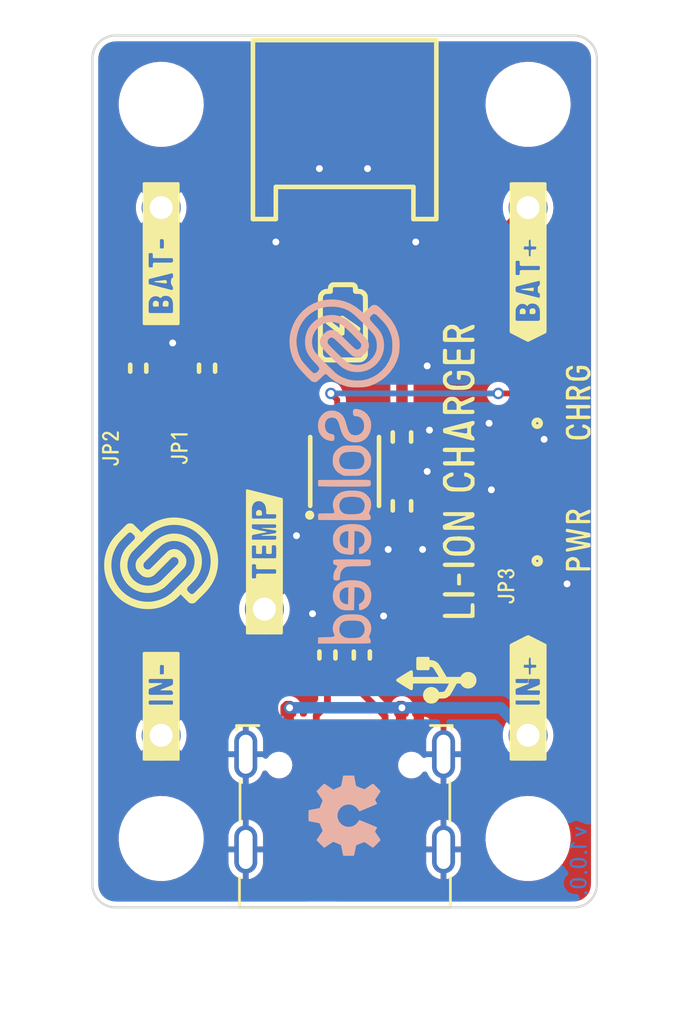
<source format=kicad_pcb>
(kicad_pcb (version 20210126) (generator pcbnew)
  (layers (0 "F.Cu" mixed) (31 "B.Cu" signal) (34 "B.Paste" user) (35 "F.Paste" user) (36 "B.SilkS" user "B.Silkscreen") (37 "F.SilkS" user "F.Silkscreen") (38 "B.Mask" user) (39 "F.Mask" user) (44 "Edge.Cuts" user))
  (net 0 "")
  (net 1 "VUSB")
  (net 2 "GND")
  (net 3 "VBAT")
  (net 4 "Net-(D1-Pad2)")
  (net 5 "PROG")
  (net 6 "Net-(JP1-Pad1)")
  (net 7 "Net-(JP2-Pad1)")
  (net 11 "Net-(K1-PadB5)")
  (net 15 "Net-(K1-PadA5)")
  (net 16 "TEMP")
  (net 17 "Net-(R5-Pad1)")
  (net 19 "Net-(D2-Pad1)")
  (net 20 "Net-(R6-Pad1)")
  (footprint "e-radionica.com footprinti:HOLE_3.2mm" (layer "F.Cu") (at 93 137)
    (fp_text reference "H2" hide)
    (fp_text value "HOLE_3.2mm" hide)
    (pad "" np_thru_hole circle (at 0 0) (size 3.2 3.2) (drill 3.2) (layers F&B.Cu *.Mask))
  )
  (footprint "Soldered Graphics:Logo-Back-OSH-3.5mm" (layer "F.Cu") (at 101 136 90)
    (fp_text reference "G***" hide)
    (fp_text value "LOGO" hide)
  )
  (footprint "e-radionica.com footprinti:0402R" (layer "F.Cu") (at 108.5 118 -90)
    (fp_text reference "R5")
    (fp_text value "100R")
    (pad "1" smd rect (at -0.5 0) (size 0.64 0.54) (layers "F.Cu" "F.Paste" "F.Mask") (net 17 "Net-(R5-Pad1)"))
    (pad "2" smd rect (at 0.5 0) (size 0.64 0.54) (layers "F.Cu" "F.Paste" "F.Mask") (net 4 "Net-(D1-Pad2)"))
  )
  (footprint "Soldered Graphics:Logo-Back-SolderedFULL-15mm" (layer "F.Cu") (at 101 121 90)
    (fp_text reference "REF**" hide)
    (fp_text value "Logo-Front-SolderedFULL-15mm" hide)
  )
  (footprint "e-radionica.com footprinti:0402LED" (layer "F.Cu") (at 110 118 -90)
    (fp_text reference "D1")
    (fp_text value "red")
    (pad "1" smd rect (at -0.55 0) (size 0.75 0.45) (layers "F.Cu" "F.Paste" "F.Mask") (net 1 "VUSB"))
    (pad "2" smd rect (at 0.55 0) (size 0.75 0.45) (layers "F.Cu" "F.Paste" "F.Mask") (net 4 "Net-(D1-Pad2)"))
  )
  (footprint "e-radionica.com footprinti:0603R" (layer "F.Cu") (at 92 116.5 -90)
    (fp_text reference "R4")
    (fp_text value "2k49")
    (pad "1" smd rect (at -0.775 0) (size 1 0.64) (layers "F.Cu" "F.Paste" "F.Mask") (net 2 "GND"))
    (pad "2" smd rect (at 0.775 0) (size 1 0.64) (layers "F.Cu" "F.Paste" "F.Mask") (net 7 "Net-(JP2-Pad1)"))
  )
  (footprint "e-radionica.com footprinti:HOLE_3.2mm" (layer "F.Cu") (at 93 105)
    (fp_text reference "H1" hide)
    (fp_text value "HOLE_3.2mm" hide)
    (pad "" np_thru_hole circle (at 0 0) (size 3.2 3.2) (drill 3.2) (layers F&B.Cu *.Mask))
  )
  (footprint "Soldered Graphics:Symbol-Front-USB" (layer "F.Cu") (at 105 130.1 90)
    (fp_text reference "G***" hide)
    (fp_text value "LOGO" hide)
  )
  (footprint "buzzardLabel" (layer "F.Cu") (at 109 108 90)
    (fp_text reference "" (at 0 0 90) (layer "F.SilkS") (effects (font (size 1.27 1.27))))
    (fp_text value "" (at 0 0 90) (layer "F.SilkS") (effects (font (size 1.27 1.27))))
  )
  (footprint "e-radionica.com footprinti:0402LED" (layer "F.Cu") (at 110 124 -90)
    (fp_text reference "D2")
    (fp_text value "purple")
    (pad "1" smd rect (at -0.55 0) (size 0.75 0.45) (layers "F.Cu" "F.Paste" "F.Mask") (net 19 "Net-(D2-Pad1)"))
    (pad "2" smd rect (at 0.55 0) (size 0.75 0.45) (layers "F.Cu" "F.Paste" "F.Mask") (net 2 "GND"))
  )
  (footprint "buzzardLabel" (layer "F.Cu") (at 106 121 90)
    (fp_text reference "" (at 0 0 90) (layer "F.SilkS") (effects (font (size 1.27 1.27))))
    (fp_text value "" (at 0 0 90) (layer "F.SilkS") (effects (font (size 1.27 1.27))))
  )
  (footprint "buzzardLabel" (layer "F.Cu") (at 109 134 90)
    (fp_text reference "" (at 0 0 90) (layer "F.SilkS") (effects (font (size 1.27 1.27))))
    (fp_text value "" (at 0 0 90) (layer "F.SilkS") (effects (font (size 1.27 1.27))))
  )
  (footprint "buzzardLabel" (layer "F.Cu") (at 111.2 124 90)
    (fp_text reference "" (at 0 0 90) (layer "F.SilkS") (effects (font (size 1.27 1.27))))
    (fp_text value "" (at 0 0 90) (layer "F.SilkS") (effects (font (size 1.27 1.27))))
  )
  (footprint "e-radionica.com footprinti:HOLE_3.2mm" (layer "F.Cu") (at 109 105)
    (fp_text reference "H3" hide)
    (fp_text value "HOLE_3.2mm" hide)
    (pad "" np_thru_hole circle (at 0 0) (size 3.2 3.2) (drill 3.2) (layers F&B.Cu *.Mask))
  )
  (footprint "e-radionica.com footprinti:0402R" (layer "F.Cu") (at 108.5 124 90)
    (fp_text reference "R6")
    (fp_text value "330R")
    (pad "1" smd rect (at -0.5 0 180) (size 0.64 0.54) (layers "F.Cu" "F.Paste" "F.Mask") (net 20 "Net-(R6-Pad1)"))
    (pad "2" smd rect (at 0.5 0 180) (size 0.64 0.54) (layers "F.Cu" "F.Paste" "F.Mask") (net 19 "Net-(D2-Pad1)"))
  )
  (footprint "e-radionica.com footprinti:JST-2pin-SMD" (layer "F.Cu") (at 101 107)
    (fp_text reference "K7")
    (fp_text value "JST-2pin-SMD")
    (pad "" smd rect (at -3.3 -3.15) (size 1 3) (layers "F.Cu" "F.Paste" "F.Mask"))
    (pad "" smd rect (at 3.3 -3.15) (size 1 3) (layers "F.Cu" "F.Paste" "F.Mask"))
    (pad "1" smd rect (at 1 3.15) (size 1.1 2) (layers "F.Cu" "F.Paste" "F.Mask") (net 3 "VBAT"))
    (pad "2" smd rect (at -1 3.15) (size 1.1 2) (layers "F.Cu" "F.Paste" "F.Mask") (net 2 "GND"))
  )
  (footprint "buzzardLabel" (layer "F.Cu") (at 93 108 90)
    (fp_text reference "" (at 0 0 90) (layer "F.SilkS") (effects (font (size 1.27 1.27))))
    (fp_text value "" (at 0 0 90) (layer "F.SilkS") (effects (font (size 1.27 1.27))))
  )
  (footprint "buzzardLabel" (layer "F.Cu") (at 90.8 120 90)
    (fp_text reference "" (at 0 0 90) (layer "F.SilkS") (effects (font (size 1.27 1.27))))
    (fp_text value "" (at 0 0 90) (layer "F.SilkS") (effects (font (size 1.27 1.27))))
  )
  (footprint "e-radionica.com footprinti:HOLE_3.2mm" (layer "F.Cu") (at 109 137)
    (fp_text reference "H4" hide)
    (fp_text value "HOLE_3.2mm" hide)
    (pad "" np_thru_hole circle (at 0 0) (size 3.2 3.2) (drill 3.2) (layers F&B.Cu *.Mask))
  )
  (footprint "e-radionica.com footprinti:0603C" (layer "F.Cu") (at 103.5 119.5 90)
    (fp_text reference "C2")
    (fp_text value "2.2uF")
    (pad "1" smd rect (at -0.73 0 90) (size 0.66 1) (layers "F.Cu" "F.Paste" "F.Mask") (net 2 "GND"))
    (pad "2" smd rect (at 0.73 0 90) (size 0.66 1) (layers "F.Cu" "F.Paste" "F.Mask") (net 3 "VBAT"))
  )
  (footprint "buzzardLabel" (layer "F.Cu") (at 108.05 126 90)
    (fp_text reference "" (at 0 0 90) (layer "F.SilkS") (effects (font (size 1.27 1.27))))
    (fp_text value "" (at 0 0 90) (layer "F.SilkS") (effects (font (size 1.27 1.27))))
  )
  (footprint "e-radionica.com footprinti:SMD_JUMPER_CONNECTED" (layer "F.Cu") (at 92 120 -90)
    (fp_text reference "JP2")
    (fp_text value "SMD-JUMPER-CONNECTED")
    (pad "1" smd rect (at -0.35 0 270) (size 0.5 1) (layers "F.Cu" "F.Paste" "F.Mask") (net 7 "Net-(JP2-Pad1)"))
    (pad "2" smd rect (at 0.35 0 270) (size 0.5 1) (layers "F.Cu" "F.Paste" "F.Mask") (net 5 "PROG"))
  )
  (footprint "buzzardLabel" (layer "F.Cu") (at 111.2 118 90)
    (fp_text reference "" (at 0 0 90) (layer "F.SilkS") (effects (font (size 1.27 1.27))))
    (fp_text value "" (at 0 0 90) (layer "F.SilkS") (effects (font (size 1.27 1.27))))
  )
  (footprint "e-radionica.com footprinti:0603C" (layer "F.Cu") (at 103.5 122.5 -90)
    (fp_text reference "C1")
    (fp_text value "2.2uF")
    (pad "1" smd rect (at -0.73 0 270) (size 0.66 1) (layers "F.Cu" "F.Paste" "F.Mask") (net 2 "GND"))
    (pad "2" smd rect (at 0.73 0 270) (size 0.66 1) (layers "F.Cu" "F.Paste" "F.Mask") (net 1 "VUSB"))
  )
  (footprint "e-radionica.com footprinti:SMD_JUMPER" (layer "F.Cu") (at 95 120 -90)
    (fp_text reference "JP1")
    (fp_text value "SMD_JUMPER")
    (pad "1" smd rect (at -0.35 0 270) (size 0.5 1) (layers "F.Cu" "F.Mask") (net 6 "Net-(JP1-Pad1)"))
    (pad "2" smd rect (at 0.35 0 270) (size 0.5 1) (layers "F.Cu" "F.Mask") (net 5 "PROG"))
  )
  (footprint "buzzardLabel" (layer "F.Cu") (at 93 134 90)
    (fp_text reference "" (at 0 0 90) (layer "F.SilkS") (effects (font (size 1.27 1.27))))
    (fp_text value "" (at 0 0 90) (layer "F.SilkS") (effects (font (size 1.27 1.27))))
  )
  (footprint "e-radionica.com footprinti:TP4056M-MSOP8" (layer "F.Cu") (at 101 121 90)
    (fp_text reference "U1")
    (fp_text value "TP4056M")
    (pad "1" smd rect (at -1.975 -0.975 90) (size 1.35 0.45) (layers "F.Cu" "F.Paste" "F.Mask") (net 16 "TEMP"))
    (pad "2" smd rect (at -1.975 -0.325 90) (size 1.35 0.45) (layers "F.Cu" "F.Paste" "F.Mask") (net 5 "PROG"))
    (pad "3" smd rect (at -1.975 0.325 90) (size 1.35 0.45) (layers "F.Cu" "F.Paste" "F.Mask") (net 2 "GND"))
    (pad "4" smd rect (at -1.975 0.975 90) (size 1.35 0.45) (layers "F.Cu" "F.Paste" "F.Mask") (net 1 "VUSB"))
    (pad "5" smd rect (at 1.975 0.975 90) (size 1.35 0.45) (layers "F.Cu" "F.Paste" "F.Mask") (net 3 "VBAT"))
    (pad "6" smd rect (at 1.975 0.325 90) (size 1.35 0.45) (layers "F.Cu" "F.Paste" "F.Mask"))
    (pad "7" smd rect (at 1.975 -0.325 90) (size 1.35 0.45) (layers "F.Cu" "F.Paste" "F.Mask") (net 17 "Net-(R5-Pad1)"))
    (pad "8" smd rect (at 1.975 -0.975 90) (size 1.35 0.45) (layers "F.Cu" "F.Paste" "F.Mask") (net 1 "VUSB"))
  )
  (footprint "e-radionica.com footprinti:0603R" (layer "F.Cu") (at 95 116.5 -90)
    (fp_text reference "R3")
    (fp_text value "4.7k")
    (pad "1" smd rect (at -0.775 0) (size 1 0.64) (layers "F.Cu" "F.Paste" "F.Mask") (net 2 "GND"))
    (pad "2" smd rect (at 0.775 0) (size 1 0.64) (layers "F.Cu" "F.Paste" "F.Mask") (net 6 "Net-(JP1-Pad1)"))
  )
  (footprint "e-radionica.com footprinti:U262-161N-4BVC11" (layer "F.Cu") (at 101 135)
    (fp_text reference "K1")
    (fp_text value "U262-161N-4BVC11")
    (pad "" np_thru_hole circle (at -2.862 -1.2) (size 0.65 0.65) (drill 0.65) (layers F&B.Cu *.Mask))
    (pad "" np_thru_hole circle (at 2.913 -1.2) (size 0.65 0.65) (drill 0.65) (layers F&B.Cu *.Mask))
    (pad "A1" smd rect (at -3.337 -2.475) (size 0.3 1.15) (layers "F.Cu" "F.Paste" "F.Mask") (net 2 "GND"))
    (pad "A4" smd rect (at -2.537 -2.475) (size 0.3 1.15) (layers "F.Cu" "F.Paste" "F.Mask") (net 1 "VUSB"))
    (pad "A5" smd rect (at -1.237 -2.475) (size 0.3 1.15) (layers "F.Cu" "F.Paste" "F.Mask") (net 15 "Net-(K1-PadA5)"))
    (pad "A6" smd rect (at -0.237 -2.475) (size 0.3 1.15) (layers "F.Cu" "F.Paste" "F.Mask"))
    (pad "A7" smd rect (at 0.263 -2.475) (size 0.3 1.15) (layers "F.Cu" "F.Paste" "F.Mask"))
    (pad "A8" smd rect (at 1.263 -2.475) (size 0.3 1.15) (layers "F.Cu" "F.Paste" "F.Mask"))
    (pad "A9" smd rect (at 2.563 -2.475) (size 0.3 1.15) (layers "F.Cu" "F.Paste" "F.Mask") (net 1 "VUSB"))
    (pad "A12" smd rect (at 3.338 -2.475) (size 0.3 1.15) (layers "F.Cu" "F.Paste" "F.Mask") (net 2 "GND"))
    (pad "B1" smd rect (at 3.138 -2.475) (size 0.3 1.15) (layers "F.Cu" "F.Paste" "F.Mask") (net 2 "GND"))
    (pad "B4" smd rect (at 2.363 -2.475) (size 0.3 1.15) (layers "F.Cu" "F.Paste" "F.Mask") (net 1 "VUSB"))
    (pad "B5" smd rect (at 1.763 -2.475) (size 0.3 1.15) (layers "F.Cu" "F.Paste" "F.Mask") (net 11 "Net-(K1-PadB5)"))
    (pad "B6" smd rect (at 0.763 -2.475) (size 0.3 1.15) (layers "F.Cu" "F.Paste" "F.Mask"))
    (pad "B7" smd rect (at -0.737 -2.475) (size 0.3 1.15) (layers "F.Cu" "F.Paste" "F.Mask"))
    (pad "B8" smd rect (at -1.737 -2.475) (size 0.3 1.15) (layers "F.Cu" "F.Paste" "F.Mask"))
    (pad "B9" smd rect (at -2.337 -2.475) (size 0.3 1.15) (layers "F.Cu" "F.Paste" "F.Mask") (net 1 "VUSB"))
    (pad "B12" smd rect (at -3.112 -2.475) (size 0.3 1.15) (layers "F.Cu" "F.Paste" "F.Mask") (net 2 "GND"))
    (pad "SH" thru_hole oval (at -4.312 2.475) (size 1 2.1) (drill oval 0.6 1.7) (layers *.Cu *.Mask) (net 2 "GND"))
    (pad "SH" thru_hole oval (at 4.313 -1.675) (size 1 2.1) (drill oval 0.6 1.7) (layers *.Cu *.Mask) (net 2 "GND"))
    (pad "SH" thru_hole oval (at 4.313 2.475) (size 1 2.1) (drill oval 0.6 1.7) (layers *.Cu *.Mask) (net 2 "GND"))
    (pad "SH" thru_hole oval (at -4.312 -1.675) (size 1 2.1) (drill oval 0.6 1.7) (layers *.Cu *.Mask) (net 2 "GND"))
  )
  (footprint "e-radionica.com footprinti:SMD-JUMPER-CONNECTED_TRACE_NOSLODERMASK" (layer "F.Cu") (at 109.25 126 90)
    (fp_text reference "JP3")
    (fp_text value "SMD-JUMPER-CONNECTED_TRACE_NOSLODERMASK")
    (fp_poly (pts (xy 0.1 0.1) (xy -0.1 0.1) (xy -0.1 -0.1) (xy 0.1 -0.1)) (layer "F.Cu") (width 0.1) (fill solid))
    (pad "1" smd rect (at -0.35 0 90) (size 0.5 1) (layers "F.Cu") (net 1 "VUSB"))
    (pad "2" smd rect (at 0.35 0 90) (size 0.5 1) (layers "F.Cu") (net 20 "Net-(R6-Pad1)"))
  )
  (footprint "Soldered Graphics:Logo-Front-Soldered-5mm" (layer "F.Cu") (at 93 125 90)
    (fp_text reference "G***" hide)
    (fp_text value "LOGO" hide)
  )
  (footprint "buzzardLabel" (layer "F.Cu") (at 97.5 128.5 90)
    (fp_text reference "" (at 0 0 90) (layer "F.SilkS") (effects (font (size 1.27 1.27))))
    (fp_text value "" (at 0 0 90) (layer "F.SilkS") (effects (font (size 1.27 1.27))))
  )
  (footprint "e-radionica.com footprinti:0603R" (layer "F.Cu") (at 101.75 129 90)
    (fp_text reference "R1")
    (fp_text value "5.1k")
    (pad "1" smd rect (at -0.775 0 180) (size 1 0.64) (layers "F.Cu" "F.Paste" "F.Mask") (net 11 "Net-(K1-PadB5)"))
    (pad "2" smd rect (at 0.775 0 180) (size 1 0.64) (layers "F.Cu" "F.Paste" "F.Mask") (net 2 "GND"))
  )
  (footprint "Soldered Graphics:Symbol-Front-Battery" (layer "F.Cu") (at 101 114.5 90)
    (fp_text reference "G***" hide)
    (fp_text value "LOGO" hide)
  )
  (footprint "e-radionica.com footprinti:0603R" (layer "F.Cu") (at 100.25 129 90)
    (fp_text reference "R2")
    (fp_text value "5.1k")
    (pad "1" smd rect (at -0.775 0 180) (size 1 0.64) (layers "F.Cu" "F.Paste" "F.Mask") (net 15 "Net-(K1-PadA5)"))
    (pad "2" smd rect (at 0.775 0 180) (size 1 0.64) (layers "F.Cu" "F.Paste" "F.Mask") (net 2 "GND"))
  )
  (footprint "e-radionica.com footprinti:FIDUCIAL_1MM_PASTE" (layer "F.Cu") (at 100 139)
    (fp_text reference "FD1")
    (fp_text value "Fiducial_Stencil")
    (pad "1" smd circle (at 0 0) (size 1 1) (property pad_prop_fiducial_glob) (layers "F.Cu" "F.Paste" "F.Mask"))
  )
  (footprint "e-radionica.com footprinti:HEADER_MALE_1X1" (layer "F.Cu") (at 97.5 127)
    (fp_text reference "K4")
    (fp_text value "HEADER_MALE_1X1")
    (pad "1" thru_hole circle (at 0 0) (size 1.7 1.7) (drill 1) (layers *.Cu *.Mask) (net 16 "TEMP"))
  )
  (footprint "buzzardLabel" (layer "F.Cu") (at 93.8 120 90)
    (fp_text reference "" (at 0 0 90) (layer "F.SilkS") (effects (font (size 1.27 1.27))))
    (fp_text value "" (at 0 0 90) (layer "F.SilkS") (effects (font (size 1.27 1.27))))
  )
  (footprint "e-radionica.com footprinti:HEADER_MALE_1X1" (layer "B.Cu") (at 109 132.5 180)
    (fp_text reference "K2")
    (fp_text value "HEADER_MALE_1X1")
    (pad "1" thru_hole circle (at 0 0 180) (size 1.7 1.7) (drill 1) (layers *.Cu *.Mask) (net 1 "VUSB"))
  )
  (footprint "Soldered Graphics:Version1.0.0." (layer "B.Cu") (at 111.2 138 -90)
    (fp_text reference "" (at 0 0 90) (layer "B.SilkS") (effects (font (size 1.27 1.27)) (justify mirror)))
    (fp_text value "" (at 0 0 90) (layer "B.SilkS") (effects (font (size 1.27 1.27)) (justify mirror)))
    (fp_poly (pts (xy -0.44 -0.38) (xy -0.39 -0.38) (xy -0.34 -0.37) (xy -0.34 -0.33) (xy -0.34 -0.27) (xy -0.38 -0.26) (xy -0.43 -0.26) (xy -0.46 -0.29) (xy -0.46 -0.34) (xy -0.44 -0.38)) (layer "B.Cu") (width 0.01) (fill solid))
    (fp_poly (pts (xy -0.67 -0.35) (xy -0.62 -0.35) (xy -0.6 -0.31) (xy -0.6 0.35) (xy -0.64 0.38) (xy -0.69 0.38) (xy -0.73 0.34) (xy -0.84 0.22) (xy -0.86 0.17) (xy -0.83 0.16) (xy -0.73 0.22) (xy -0.69 0.23) (xy -0.69 -0.31) (xy -0.67 -0.35)) (layer "B.Cu") (width 0.01) (fill solid))
    (fp_poly (pts (xy 0.06 -0.35) (xy 0.11 -0.35) (xy 0.17 -0.33) (xy 0.13 -0.28) (xy 0.03 -0.28) (xy -0.01 -0.25) (xy -0.03 -0.2) (xy -0.05 -0.15) (xy -0.05 -0.11) (xy -0.05 0.01) (xy -0.05 0.13) (xy -0.05 0.17) (xy -0.03 0.22) (xy -0.01 0.27) (xy 0.02 0.3) (xy 0.13 0.3) (xy 0.16 0.26) (xy 0.18 0.21) (xy 0.18 0.15) (xy 0.19 0.05) (xy 0.19 -0.08) (xy 0.19 -0.12) (xy 0.18 -0.17) (xy 0.16 -0.22) (xy 0.14 -0.27) (xy 0.14 -0.28) (xy 0.17 -0.32) (xy 0.21 -0.29) (xy 0.24 -0.26) (xy 0.26 -0.22) (xy 0.27 -0.16) (xy 0.28 -0.11) (xy 0.28 -0.06) (xy 0.28 0.06) (xy 0.28 0.12) (xy 0.27 0.17) (xy 0.26 0.22) (xy 0.25 0.27) (xy 0.22 0.3) (xy 0.19 0.34) (xy 0.13 0.37) (xy 0.08 0.38) (xy 0.02 0.38) (xy -0.03 0.35) (xy -0.08 0.31) (xy -0.1 0.28) (xy -0.12 0.23) (xy -0.14 0.18) (xy -0.14 0.13) (xy -0.15 0.08) (xy -0.15 -0.04) (xy -0.14 -0.1) (xy -0.14 -0.14) (xy -0.13 -0.2) (xy -0.11 -0.25) (xy -0.08 -0.28) (xy -0.05 -0.32) (xy 0.01 -0.35) (xy 0.06 -0.35)) (layer "B.Cu") (width 0.01) (fill solid))
    (fp_poly (pts (xy 0.43 -0.38) (xy 0.48 -0.38) (xy 0.54 -0.37) (xy 0.54 -0.33) (xy 0.54 -0.27) (xy 0.5 -0.26) (xy 0.45 -0.26) (xy 0.42 -0.29) (xy 0.42 -0.34) (xy 0.43 -0.38)) (layer "B.Cu") (width 0.01) (fill solid))
    (fp_poly (pts (xy 0.93 -0.35) (xy 0.99 -0.35) (xy 1.04 -0.33) (xy 1.01 -0.28) (xy 0.91 -0.28) (xy 0.87 -0.25) (xy 0.85 -0.2) (xy 0.83 -0.15) (xy 0.83 -0.11) (xy 0.82 0.01) (xy 0.83 0.13) (xy 0.83 0.17) (xy 0.84 0.22) (xy 0.87 0.27) (xy 0.9 0.3) (xy 1.01 0.3) (xy 1.04 0.26) (xy 1.05 0.21) (xy 1.06 0.15) (xy 1.07 0.05) (xy 1.07 -0.08) (xy 1.06 -0.12) (xy 1.06 -0.17) (xy 1.04 -0.22) (xy 1.02 -0.27) (xy 1.01 -0.28) (xy 1.05 -0.32) (xy 1.09 -0.29) (xy 1.12 -0.26) (xy 1.14 -0.22) (xy 1.15 -0.16) (xy 1.16 -0.11) (xy 1.16 -0.06) (xy 1.16 0.06) (xy 1.16 0.12) (xy 1.15 0.17) (xy 1.14 0.22) (xy 1.13 0.27) (xy 1.1 0.3) (xy 1.06 0.34) (xy 1.01 0.37) (xy 0.95 0.38) (xy 0.9 0.38) (xy 0.84 0.35) (xy 0.8 0.31) (xy 0.78 0.28) (xy 0.75 0.23) (xy 0.74 0.18) (xy 0.74 0.13) (xy 0.73 0.08) (xy 0.73 -0.04) (xy 0.73 -0.1) (xy 0.74 -0.14) (xy 0.75 -0.2) (xy 0.77 -0.25) (xy 0.79 -0.28) (xy 0.83 -0.32) (xy 0.89 -0.35) (xy 0.93 -0.35)) (layer "B.Cu") (width 0.01) (fill solid))
    (fp_poly (pts (xy -1.33 -0.35) (xy -1.27 -0.35) (xy -1.25 -0.31) (xy -1.09 0.1) (xy -1.11 0.13) (xy -1.16 0.13) (xy -1.19 0.1) (xy -1.28 -0.16) (xy -1.3 -0.21) (xy -1.32 -0.17) (xy -1.41 0.09) (xy -1.44 0.13) (xy -1.49 0.13) (xy -1.51 0.1) (xy -1.36 -0.31) (xy -1.33 -0.35)) (layer "B.Cu") (width 0.01) (fill solid))
    (fp_poly (pts (xy 1.31 -0.38) (xy 1.36 -0.38) (xy 1.41 -0.37) (xy 1.42 -0.33) (xy 1.42 -0.27) (xy 1.38 -0.26) (xy 1.33 -0.26) (xy 1.3 -0.29) (xy 1.3 -0.34) (xy 1.31 -0.38)) (layer "B.Cu") (width 0.01) (fill solid))
  )
  (footprint "e-radionica.com footprinti:HEADER_MALE_1X1" (layer "B.Cu") (at 93 132.5 180)
    (fp_text reference "K3")
    (fp_text value "HEADER_MALE_1X1")
    (pad "1" thru_hole circle (at 0 0 180) (size 1.7 1.7) (drill 1) (layers *.Cu *.Mask) (net 2 "GND"))
  )
  (footprint "e-radionica.com footprinti:HEADER_MALE_1X1" (layer "B.Cu") (at 93 109.5 180)
    (fp_text reference "K6")
    (fp_text value "HEADER_MALE_1X1")
    (pad "1" thru_hole circle (at 0 0 180) (size 1.7 1.7) (drill 1) (layers *.Cu *.Mask) (net 2 "GND"))
  )
  (footprint "e-radionica.com footprinti:HEADER_MALE_1X1" (layer "B.Cu") (at 109 109.5 180)
    (fp_text reference "K5")
    (fp_text value "HEADER_MALE_1X1")
    (pad "1" thru_hole circle (at 0 0 180) (size 1.7 1.7) (drill 1) (layers *.Cu *.Mask) (net 3 "VBAT"))
  )
  (gr_arc (start 111 103) (end 112 103) (angle -90) (layer "Edge.Cuts") (width 0.1))
  (gr_line (start 90 139) (end 90 103) (layer "Edge.Cuts") (width 0.1))
  (gr_line (start 112 103) (end 112 139) (layer "Edge.Cuts") (width 0.1))
  (gr_arc (start 111 139) (end 111 140) (angle -90) (layer "Edge.Cuts") (width 0.1))
  (gr_line (start 91 102) (end 111 102) (layer "Edge.Cuts") (width 0.1))
  (gr_arc (start 91 139) (end 91 140) (angle 90) (layer "Edge.Cuts") (width 0.1))
  (gr_arc (start 91 103) (end 91 102) (angle -90) (layer "Edge.Cuts") (width 0.1))
  (gr_line (start 111 140) (end 91 140) (layer "Edge.Cuts") (width 0.1))
  (segment (start 102.23 123.23) (end 101.975 122.975) (width 0.5) (layer "F.Cu") (net 1))
  (segment (start 109 132.5) (end 109 127.9) (width 0.5) (layer "F.Cu") (net 1))
  (segment (start 110.75 117.45) (end 111.1 117.8) (width 0.254) (layer "F.Cu") (net 1))
  (segment (start 100.025 119.025) (end 100.025 119.725) (width 0.3) (layer "F.Cu") (net 1))
  (segment (start 109 126.6) (end 109 127.9) (width 0.25) (layer "F.Cu") (net 1))
  (segment (start 103.5 123.23) (end 102.23 123.23) (width 0.5) (layer "F.Cu") (net 1))
  (segment (start 109 127.9) (end 104.33 123.23) (width 0.5) (layer "F.Cu") (net 1))
  (segment (start 109.25 126.35) (end 109 126.6) (width 0.25) (layer "F.Cu") (net 1))
  (segment (start 111.1 119.4) (end 107.45 123.05) (width 0.254) (layer "F.Cu") (net 1))
  (segment (start 104.33 123.23) (end 103.5 123.23) (width 0.5) (layer "F.Cu") (net 1))
  (segment (start 107.45 123.05) (end 107.45 126.35) (width 0.254) (layer "F.Cu") (net 1))
  (segment (start 111.1 117.8) (end 111.1 119.4) (width 0.254) (layer "F.Cu") (net 1))
  (segment (start 100.025 119.725) (end 101.975 121.675) (width 0.3) (layer "F.Cu") (net 1))
  (segment (start 110 117.45) (end 110.75 117.45) (width 0.254) (layer "F.Cu") (net 1))
  (segment (start 101.975 121.675) (end 101.975 122.975) (width 0.3) (layer "F.Cu") (net 1))
  (via (at 103.5 131.3) (size 0.5) (drill 0.3) (layers "F.Cu" "B.Cu") (net 1))
  (via (at 98.6 131.3) (size 0.5) (drill 0.3) (layers "F.Cu" "B.Cu") (net 1))
  (segment (start 98.6 131.3) (end 107.8 131.3) (width 0.5) (layer "B.Cu") (net 1))
  (segment (start 107.8 131.3) (end 109 132.5) (width 0.5) (layer "B.Cu") (net 1))
  (via (at 99.6 127.2) (size 0.5) (drill 0.3) (layers "F.Cu" "B.Cu") (net 2))
  (via (at 93.5 115.4) (size 0.5) (drill 0.3) (layers "F.Cu" "B.Cu") (net 2))
  (via (at 107.3 118.9) (size 0.5) (drill 0.3) (layers "F.Cu" "B.Cu") (net 2))
  (via (at 104.1 111) (size 0.5) (drill 0.3) (layers "F.Cu" "B.Cu") (net 2))
  (via (at 109.7 119.6) (size 0.5) (drill 0.3) (layers "F.Cu" "B.Cu") (net 2))
  (via (at 98 111) (size 0.5) (drill 0.3) (layers "F.Cu" "B.Cu") (net 2))
  (via (at 104.6 116.4) (size 0.5) (drill 0.3) (layers "F.Cu" "B.Cu") (net 2))
  (via (at 107.4 121.8) (size 0.5) (drill 0.3) (layers "F.Cu" "B.Cu") (net 2))
  (via (at 102 107.8) (size 0.5) (drill 0.3) (layers "F.Cu" "B.Cu") (net 2))
  (via (at 99.9 107.8) (size 0.5) (drill 0.3) (layers "F.Cu" "B.Cu") (net 2))
  (via (at 104.6 121) (size 0.5) (drill 0.3) (layers "F.Cu" "B.Cu") (net 2))
  (via (at 98.9 123.8) (size 0.5) (drill 0.3) (layers "F.Cu" "B.Cu") (net 2))
  (via (at 104.7 119.2) (size 0.5) (drill 0.3) (layers "F.Cu" "B.Cu") (net 2))
  (via (at 102.7 127.3) (size 0.5) (drill 0.3) (layers "F.Cu" "B.Cu") (net 2))
  (via (at 102.9 124.4) (size 0.5) (drill 0.3) (layers "F.Cu" "B.Cu") (net 2))
  (via (at 104.4 124.4) (size 0.5) (drill 0.3) (layers "F.Cu" "B.Cu") (net 2))
  (via (at 110.7 125.9) (size 0.5) (drill 0.3) (layers "F.Cu" "B.Cu") (net 2))
  (segment (start 103.5 115.1) (end 103.5 113.3) (width 0.5) (layer "F.Cu") (net 3))
  (segment (start 102.23 118.77) (end 103.5 118.77) (width 0.5) (layer "F.Cu") (net 3))
  (segment (start 109 109.5) (end 103.5 115) (width 0.5) (layer "F.Cu") (net 3))
  (segment (start 103.5 113.3) (end 102 111.8) (width 0.5) (layer "F.Cu") (net 3))
  (segment (start 103.5 118.77) (end 103.5 115.1) (width 0.5) (layer "F.Cu") (net 3))
  (segment (start 102 111.8) (end 102 110.15) (width 0.5) (layer "F.Cu") (net 3))
  (segment (start 101.975 119.025) (end 102.23 118.77) (width 0.5) (layer "F.Cu") (net 3))
  (segment (start 103.5 115) (end 103.5 115.1) (width 0.5) (layer "F.Cu") (net 3))
  (segment (start 108.5 118.5) (end 109.95 118.5) (width 0.3) (layer "F.Cu") (net 4))
  (segment (start 109.95 118.5) (end 110 118.55) (width 0.3) (layer "F.Cu") (net 4))
  (segment (start 98.75 120.35) (end 95 120.35) (width 0.254) (layer "F.Cu") (net 5))
  (segment (start 100.675 122.975) (end 100.675 122.275) (width 0.254) (layer "F.Cu") (net 5))
  (segment (start 92 120.35) (end 95 120.35) (width 0.254) (layer "F.Cu") (net 5))
  (segment (start 100.675 122.275) (end 98.75 120.35) (width 0.254) (layer "F.Cu") (net 5))
  (segment (start 95 119.65) (end 95 117.275) (width 0.254) (layer "F.Cu") (net 6))
  (segment (start 92 119.65) (end 92 117.275) (width 0.254) (layer "F.Cu") (net 7))
  (segment (start 102.763 131.663) (end 101.75 130.65) (width 0.3) (layer "F.Cu") (net 11))
  (segment (start 101.75 130.65) (end 101.75 129.775) (width 0.3) (layer "F.Cu") (net 11))
  (segment (start 102.763 132.525) (end 102.763 131.663) (width 0.3) (layer "F.Cu") (net 11))
  (segment (start 99.763 132.525) (end 99.763 131.637) (width 0.3) (layer "F.Cu") (net 15))
  (segment (start 100.25 131.15) (end 100.25 129.775) (width 0.3) (layer "F.Cu") (net 15))
  (segment (start 99.763 131.637) (end 100.25 131.15) (width 0.3) (layer "F.Cu") (net 15))
  (segment (start 100.025 124.475) (end 100.025 122.975) (width 0.254) (layer "F.Cu") (net 16))
  (segment (start 97.5 127) (end 100.025 124.475) (width 0.254) (layer "F.Cu") (net 16))
  (segment (start 100.675 117.875) (end 100.675 119.025) (width 0.254) (layer "F.Cu") (net 17))
  (segment (start 100.4 117.6) (end 100.675 117.875) (width 0.254) (layer "F.Cu") (net 17))
  (segment (start 108.4 117.6) (end 108.5 117.5) (width 0.254) (layer "F.Cu") (net 17))
  (segment (start 107.7 117.6) (end 108.4 117.6) (width 0.254) (layer "F.Cu") (net 17))
  (via (at 100.4 117.6) (size 0.5) (drill 0.3) (layers "F.Cu" "B.Cu") (net 17))
  (via (at 107.7 117.6) (size 0.5) (drill 0.3) (layers "F.Cu" "B.Cu") (net 17))
  (segment (start 100.4 117.6) (end 107.7 117.6) (width 0.254) (layer "B.Cu") (net 17))
  (segment (start 108.5 123.5) (end 109.95 123.5) (width 0.3) (layer "F.Cu") (net 19))
  (segment (start 109.95 123.5) (end 110 123.45) (width 0.3) (layer "F.Cu") (net 19))
  (segment (start 108.5 124.5) (end 108.5 124.9) (width 0.25) (layer "F.Cu") (net 20))
  (segment (start 108.5 124.9) (end 109.25 125.65) (width 0.25) (layer "F.Cu") (net 20))
  (zone (net 1) (net_name "VUSB") (layer "F.Cu") (connect_pads (clearance 0.254)) (min_thickness 0.254) (fill yes (thermal_gap 0.254) (thermal_bridge_width 0.254))
    (polygon (pts (xy 103.8 131.2) (xy 103.8 133.1) (xy 103.1 133.1) (xy 103.1 131.2) (xy 103.3 131) (xy 103.6 131)))
  )
  (zone (net 1) (net_name "VUSB") (layer "F.Cu") (connect_pads (clearance 0.254)) (min_thickness 0.254) (fill yes (thermal_gap 0.254) (thermal_bridge_width 0.254))
    (polygon (pts (xy 98.9 131.2) (xy 98.9 133.1) (xy 98.2 133.1) (xy 98.2 131.2) (xy 98.4 131) (xy 98.7 131)))
  )
  (zone (net 2) (net_name "GND") (layers F&B.Cu) (connect_pads (clearance 0.254)) (min_thickness 0.254) (fill yes (thermal_gap 0.254) (thermal_bridge_width 0.254))
    (polygon (pts (xy 112 140) (xy 90 140) (xy 90 102) (xy 112 102)))
  )
)
</source>
